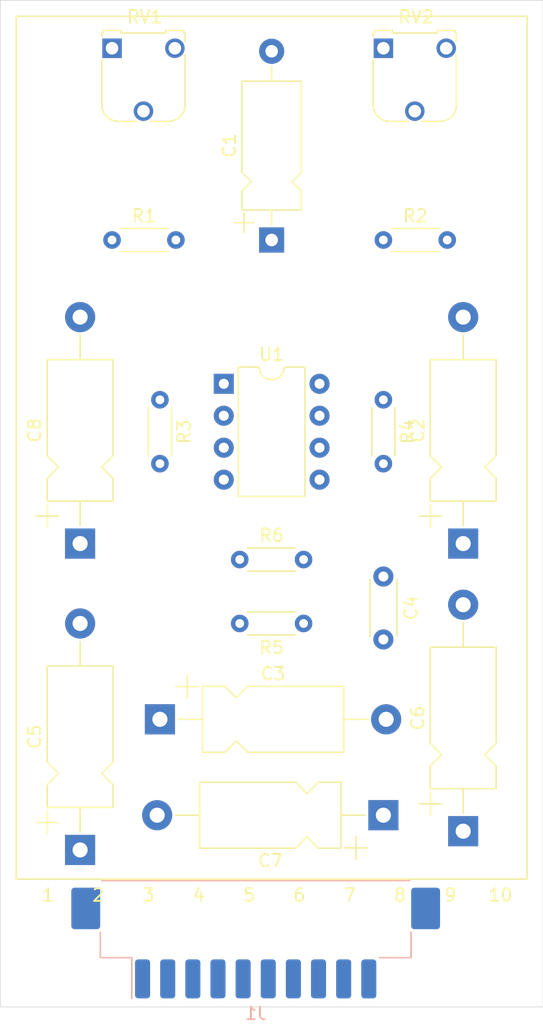
<source format=kicad_pcb>
(kicad_pcb (version 20171130) (host pcbnew "(5.1.5)-3")

  (general
    (thickness 1.6)
    (drawings 20)
    (tracks 0)
    (zones 0)
    (modules 18)
    (nets 16)
  )

  (page A4)
  (layers
    (0 F.Cu signal)
    (31 B.Cu signal)
    (32 B.Adhes user)
    (33 F.Adhes user)
    (34 B.Paste user)
    (35 F.Paste user)
    (36 B.SilkS user)
    (37 F.SilkS user)
    (38 B.Mask user)
    (39 F.Mask user)
    (40 Dwgs.User user)
    (41 Cmts.User user)
    (42 Eco1.User user)
    (43 Eco2.User user)
    (44 Edge.Cuts user)
    (45 Margin user)
    (46 B.CrtYd user)
    (47 F.CrtYd user)
    (48 B.Fab user)
    (49 F.Fab user)
  )

  (setup
    (last_trace_width 0.25)
    (trace_clearance 0.2)
    (zone_clearance 0.508)
    (zone_45_only no)
    (trace_min 0.2)
    (via_size 0.8)
    (via_drill 0.4)
    (via_min_size 0.4)
    (via_min_drill 0.3)
    (uvia_size 0.3)
    (uvia_drill 0.1)
    (uvias_allowed no)
    (uvia_min_size 0.2)
    (uvia_min_drill 0.1)
    (edge_width 0.05)
    (segment_width 0.2)
    (pcb_text_width 0.3)
    (pcb_text_size 1.5 1.5)
    (mod_edge_width 0.12)
    (mod_text_size 1 1)
    (mod_text_width 0.15)
    (pad_size 1.524 1.524)
    (pad_drill 0.762)
    (pad_to_mask_clearance 0.051)
    (solder_mask_min_width 0.25)
    (aux_axis_origin 0 0)
    (visible_elements 7FFFFFFF)
    (pcbplotparams
      (layerselection 0x010fc_ffffffff)
      (usegerberextensions false)
      (usegerberattributes false)
      (usegerberadvancedattributes false)
      (creategerberjobfile false)
      (excludeedgelayer true)
      (linewidth 0.100000)
      (plotframeref false)
      (viasonmask false)
      (mode 1)
      (useauxorigin false)
      (hpglpennumber 1)
      (hpglpenspeed 20)
      (hpglpendiameter 15.000000)
      (psnegative false)
      (psa4output false)
      (plotreference true)
      (plotvalue true)
      (plotinvisibletext false)
      (padsonsilk false)
      (subtractmaskfromsilk false)
      (outputformat 1)
      (mirror false)
      (drillshape 1)
      (scaleselection 1)
      (outputdirectory ""))
  )

  (net 0 "")
  (net 1 "Net-(C1-Pad1)")
  (net 2 GNDD)
  (net 3 "Net-(C2-Pad1)")
  (net 4 "Net-(C2-Pad2)")
  (net 5 "Net-(C3-Pad1)")
  (net 6 "Net-(C3-Pad2)")
  (net 7 VCC)
  (net 8 /OUT-R)
  (net 9 "Net-(C5-Pad2)")
  (net 10 /IN-R)
  (net 11 /IN-L)
  (net 12 /OUT-L)
  (net 13 "Net-(C8-Pad2)")
  (net 14 "Net-(R3-Pad2)")
  (net 15 "Net-(R4-Pad2)")

  (net_class Default "This is the default net class."
    (clearance 0.2)
    (trace_width 0.25)
    (via_dia 0.8)
    (via_drill 0.4)
    (uvia_dia 0.3)
    (uvia_drill 0.1)
    (add_net /IN-L)
    (add_net /IN-R)
    (add_net /OUT-L)
    (add_net /OUT-R)
    (add_net GNDD)
    (add_net "Net-(C1-Pad1)")
    (add_net "Net-(C2-Pad1)")
    (add_net "Net-(C2-Pad2)")
    (add_net "Net-(C3-Pad1)")
    (add_net "Net-(C3-Pad2)")
    (add_net "Net-(C5-Pad2)")
    (add_net "Net-(C8-Pad2)")
    (add_net "Net-(R3-Pad2)")
    (add_net "Net-(R4-Pad2)")
    (add_net VCC)
  )

  (module Connector_Hirose:Hirose_DF3EA-10P-2H_1x10-1MP_P2.00mm_Horizontal (layer B.Cu) (tedit 5D93D893) (tstamp 5E0C9C25)
    (at 96.52 176.53)
    (descr "Hirose  series connector, DF3EA-10P-2H (https://www.hirose.com/product/document?clcode=CL0543-0332-0-51&productname=DF3EA-5P-2H(51)&series=DF3&documenttype=2DDrawing&lang=en&documentid=0001163317), generated with kicad-footprint-generator")
    (tags "connector Hirose  top entry")
    (path /5E0C7DA7)
    (attr smd)
    (fp_text reference J1 (at 0 5.6) (layer B.SilkS)
      (effects (font (size 1 1) (thickness 0.15)) (justify mirror))
    )
    (fp_text value Conn_01x10 (at 0 -6.05) (layer B.Fab)
      (effects (font (size 1 1) (thickness 0.15)) (justify mirror))
    )
    (fp_text user %R (at 0 -1.9) (layer B.Fab)
      (effects (font (size 1 1) (thickness 0.15)) (justify mirror))
    )
    (fp_line (start -9 0.342893) (end -8.5 1.05) (layer B.Fab) (width 0.1))
    (fp_line (start -9.5 1.05) (end -9 0.342893) (layer B.Fab) (width 0.1))
    (fp_line (start 15.17 4.9) (end -15.17 4.9) (layer B.CrtYd) (width 0.05))
    (fp_line (start 15.17 -5.35) (end 15.17 4.9) (layer B.CrtYd) (width 0.05))
    (fp_line (start -15.17 -5.35) (end 15.17 -5.35) (layer B.CrtYd) (width 0.05))
    (fp_line (start -15.17 4.9) (end -15.17 -5.35) (layer B.CrtYd) (width 0.05))
    (fp_line (start 12.25 1.05) (end 12.25 -4.85) (layer B.Fab) (width 0.1))
    (fp_line (start -12.25 1.05) (end -12.25 -4.85) (layer B.Fab) (width 0.1))
    (fp_line (start -12.25 -4.85) (end 12.25 -4.85) (layer B.Fab) (width 0.1))
    (fp_line (start -12.25 -4.96) (end 12.25 -4.96) (layer B.SilkS) (width 0.12))
    (fp_line (start 12.36 1.16) (end 9.86 1.16) (layer B.SilkS) (width 0.12))
    (fp_line (start 12.36 -0.84) (end 12.36 1.16) (layer B.SilkS) (width 0.12))
    (fp_line (start -9.86 1.16) (end -9.86 4.4) (layer B.SilkS) (width 0.12))
    (fp_line (start -12.36 1.16) (end -9.86 1.16) (layer B.SilkS) (width 0.12))
    (fp_line (start -12.36 -0.84) (end -12.36 1.16) (layer B.SilkS) (width 0.12))
    (fp_line (start -12.25 1.05) (end 12.25 1.05) (layer B.Fab) (width 0.1))
    (pad MP smd roundrect (at 13.52 -2.75) (size 2.3 3.3) (layers B.Cu B.Paste B.Mask) (roundrect_rratio 0.108696))
    (pad MP smd roundrect (at -13.52 -2.75) (size 2.3 3.3) (layers B.Cu B.Paste B.Mask) (roundrect_rratio 0.108696))
    (pad 10 smd roundrect (at 9 2.85) (size 1.2 3.1) (layers B.Cu B.Paste B.Mask) (roundrect_rratio 0.208333)
      (net 2 GNDD))
    (pad 9 smd roundrect (at 7 2.85) (size 1.2 3.1) (layers B.Cu B.Paste B.Mask) (roundrect_rratio 0.208333)
      (net 8 /OUT-R))
    (pad 8 smd roundrect (at 5 2.85) (size 1.2 3.1) (layers B.Cu B.Paste B.Mask) (roundrect_rratio 0.208333)
      (net 2 GNDD))
    (pad 7 smd roundrect (at 3 2.85) (size 1.2 3.1) (layers B.Cu B.Paste B.Mask) (roundrect_rratio 0.208333)
      (net 10 /IN-R))
    (pad 6 smd roundrect (at 1 2.85) (size 1.2 3.1) (layers B.Cu B.Paste B.Mask) (roundrect_rratio 0.208333)
      (net 7 VCC))
    (pad 5 smd roundrect (at -1 2.85) (size 1.2 3.1) (layers B.Cu B.Paste B.Mask) (roundrect_rratio 0.208333)
      (net 2 GNDD))
    (pad 4 smd roundrect (at -3 2.85) (size 1.2 3.1) (layers B.Cu B.Paste B.Mask) (roundrect_rratio 0.208333)
      (net 11 /IN-L))
    (pad 3 smd roundrect (at -5 2.85) (size 1.2 3.1) (layers B.Cu B.Paste B.Mask) (roundrect_rratio 0.208333)
      (net 2 GNDD))
    (pad 2 smd roundrect (at -7 2.85) (size 1.2 3.1) (layers B.Cu B.Paste B.Mask) (roundrect_rratio 0.208333)
      (net 12 /OUT-L))
    (pad 1 smd roundrect (at -9 2.85) (size 1.2 3.1) (layers B.Cu B.Paste B.Mask) (roundrect_rratio 0.208333)
      (net 2 GNDD))
    (model ${KISYS3DMOD}/Connector_Hirose.3dshapes/Hirose_DF3EA-10P-2H_1x10-1MP_P2.00mm_Horizontal.wrl
      (at (xyz 0 0 0))
      (scale (xyz 1 1 1))
      (rotate (xyz 0 0 0))
    )
  )

  (module Capacitor_THT:CP_Axial_L10.0mm_D4.5mm_P15.00mm_Horizontal (layer F.Cu) (tedit 5AE50EF2) (tstamp 5E0C9C0D)
    (at 97.79 120.65 90)
    (descr "CP, Axial series, Axial, Horizontal, pin pitch=15mm, , length*diameter=10*4.5mm^2, Electrolytic Capacitor, , http://www.vishay.com/docs/28325/021asm.pdf")
    (tags "CP Axial series Axial Horizontal pin pitch 15mm  length 10mm diameter 4.5mm Electrolytic Capacitor")
    (path /5E0CEC4D)
    (fp_text reference C1 (at 7.5 -3.37 90) (layer F.SilkS)
      (effects (font (size 1 1) (thickness 0.15)))
    )
    (fp_text value 10u (at 7.5 3.37 90) (layer F.Fab)
      (effects (font (size 1 1) (thickness 0.15)))
    )
    (fp_text user %R (at 7.5 0 90) (layer F.Fab)
      (effects (font (size 1 1) (thickness 0.15)))
    )
    (fp_line (start 16.25 -2.5) (end -1.25 -2.5) (layer F.CrtYd) (width 0.05))
    (fp_line (start 16.25 2.5) (end 16.25 -2.5) (layer F.CrtYd) (width 0.05))
    (fp_line (start -1.25 2.5) (end 16.25 2.5) (layer F.CrtYd) (width 0.05))
    (fp_line (start -1.25 -2.5) (end -1.25 2.5) (layer F.CrtYd) (width 0.05))
    (fp_line (start 13.76 0) (end 12.62 0) (layer F.SilkS) (width 0.12))
    (fp_line (start 1.24 0) (end 2.38 0) (layer F.SilkS) (width 0.12))
    (fp_line (start 5.38 2.37) (end 12.62 2.37) (layer F.SilkS) (width 0.12))
    (fp_line (start 4.63 1.62) (end 5.38 2.37) (layer F.SilkS) (width 0.12))
    (fp_line (start 3.88 2.37) (end 4.63 1.62) (layer F.SilkS) (width 0.12))
    (fp_line (start 2.38 2.37) (end 3.88 2.37) (layer F.SilkS) (width 0.12))
    (fp_line (start 5.38 -2.37) (end 12.62 -2.37) (layer F.SilkS) (width 0.12))
    (fp_line (start 4.63 -1.62) (end 5.38 -2.37) (layer F.SilkS) (width 0.12))
    (fp_line (start 3.88 -2.37) (end 4.63 -1.62) (layer F.SilkS) (width 0.12))
    (fp_line (start 2.38 -2.37) (end 3.88 -2.37) (layer F.SilkS) (width 0.12))
    (fp_line (start 12.62 -2.37) (end 12.62 2.37) (layer F.SilkS) (width 0.12))
    (fp_line (start 2.38 -2.37) (end 2.38 2.37) (layer F.SilkS) (width 0.12))
    (fp_line (start 1.38 -2.95) (end 1.38 -1.45) (layer F.SilkS) (width 0.12))
    (fp_line (start 0.63 -2.2) (end 2.13 -2.2) (layer F.SilkS) (width 0.12))
    (fp_line (start 4.65 -0.75) (end 4.65 0.75) (layer F.Fab) (width 0.1))
    (fp_line (start 3.9 0) (end 5.4 0) (layer F.Fab) (width 0.1))
    (fp_line (start 15 0) (end 12.5 0) (layer F.Fab) (width 0.1))
    (fp_line (start 0 0) (end 2.5 0) (layer F.Fab) (width 0.1))
    (fp_line (start 5.38 2.25) (end 12.5 2.25) (layer F.Fab) (width 0.1))
    (fp_line (start 4.63 1.5) (end 5.38 2.25) (layer F.Fab) (width 0.1))
    (fp_line (start 3.88 2.25) (end 4.63 1.5) (layer F.Fab) (width 0.1))
    (fp_line (start 2.5 2.25) (end 3.88 2.25) (layer F.Fab) (width 0.1))
    (fp_line (start 5.38 -2.25) (end 12.5 -2.25) (layer F.Fab) (width 0.1))
    (fp_line (start 4.63 -1.5) (end 5.38 -2.25) (layer F.Fab) (width 0.1))
    (fp_line (start 3.88 -2.25) (end 4.63 -1.5) (layer F.Fab) (width 0.1))
    (fp_line (start 2.5 -2.25) (end 3.88 -2.25) (layer F.Fab) (width 0.1))
    (fp_line (start 12.5 -2.25) (end 12.5 2.25) (layer F.Fab) (width 0.1))
    (fp_line (start 2.5 -2.25) (end 2.5 2.25) (layer F.Fab) (width 0.1))
    (pad 2 thru_hole oval (at 15 0 90) (size 2 2) (drill 1) (layers *.Cu *.Mask)
      (net 2 GNDD))
    (pad 1 thru_hole rect (at 0 0 90) (size 2 2) (drill 1) (layers *.Cu *.Mask)
      (net 1 "Net-(C1-Pad1)"))
    (model ${KISYS3DMOD}/Capacitor_THT.3dshapes/CP_Axial_L10.0mm_D4.5mm_P15.00mm_Horizontal.wrl
      (at (xyz 0 0 0))
      (scale (xyz 1 1 1))
      (rotate (xyz 0 0 0))
    )
  )

  (module Package_DIP:DIP-8_W7.62mm (layer F.Cu) (tedit 5A02E8C5) (tstamp 5E16CCF0)
    (at 93.98 132.08)
    (descr "8-lead though-hole mounted DIP package, row spacing 7.62 mm (300 mils)")
    (tags "THT DIP DIL PDIP 2.54mm 7.62mm 300mil")
    (path /5E0D7B52)
    (fp_text reference U1 (at 3.81 -2.33) (layer F.SilkS)
      (effects (font (size 1 1) (thickness 0.15)))
    )
    (fp_text value TL072 (at 3.81 9.95) (layer F.Fab)
      (effects (font (size 1 1) (thickness 0.15)))
    )
    (fp_text user %R (at 3.81 3.81) (layer F.Fab)
      (effects (font (size 1 1) (thickness 0.15)))
    )
    (fp_line (start 8.7 -1.55) (end -1.1 -1.55) (layer F.CrtYd) (width 0.05))
    (fp_line (start 8.7 9.15) (end 8.7 -1.55) (layer F.CrtYd) (width 0.05))
    (fp_line (start -1.1 9.15) (end 8.7 9.15) (layer F.CrtYd) (width 0.05))
    (fp_line (start -1.1 -1.55) (end -1.1 9.15) (layer F.CrtYd) (width 0.05))
    (fp_line (start 6.46 -1.33) (end 4.81 -1.33) (layer F.SilkS) (width 0.12))
    (fp_line (start 6.46 8.95) (end 6.46 -1.33) (layer F.SilkS) (width 0.12))
    (fp_line (start 1.16 8.95) (end 6.46 8.95) (layer F.SilkS) (width 0.12))
    (fp_line (start 1.16 -1.33) (end 1.16 8.95) (layer F.SilkS) (width 0.12))
    (fp_line (start 2.81 -1.33) (end 1.16 -1.33) (layer F.SilkS) (width 0.12))
    (fp_line (start 0.635 -0.27) (end 1.635 -1.27) (layer F.Fab) (width 0.1))
    (fp_line (start 0.635 8.89) (end 0.635 -0.27) (layer F.Fab) (width 0.1))
    (fp_line (start 6.985 8.89) (end 0.635 8.89) (layer F.Fab) (width 0.1))
    (fp_line (start 6.985 -1.27) (end 6.985 8.89) (layer F.Fab) (width 0.1))
    (fp_line (start 1.635 -1.27) (end 6.985 -1.27) (layer F.Fab) (width 0.1))
    (fp_arc (start 3.81 -1.33) (end 2.81 -1.33) (angle -180) (layer F.SilkS) (width 0.12))
    (pad 8 thru_hole oval (at 7.62 0) (size 1.6 1.6) (drill 0.8) (layers *.Cu *.Mask)
      (net 7 VCC))
    (pad 4 thru_hole oval (at 0 7.62) (size 1.6 1.6) (drill 0.8) (layers *.Cu *.Mask)
      (net 2 GNDD))
    (pad 7 thru_hole oval (at 7.62 2.54) (size 1.6 1.6) (drill 0.8) (layers *.Cu *.Mask)
      (net 5 "Net-(C3-Pad1)"))
    (pad 3 thru_hole oval (at 0 5.08) (size 1.6 1.6) (drill 0.8) (layers *.Cu *.Mask)
      (net 14 "Net-(R3-Pad2)"))
    (pad 6 thru_hole oval (at 7.62 5.08) (size 1.6 1.6) (drill 0.8) (layers *.Cu *.Mask)
      (net 1 "Net-(C1-Pad1)"))
    (pad 2 thru_hole oval (at 0 2.54) (size 1.6 1.6) (drill 0.8) (layers *.Cu *.Mask)
      (net 1 "Net-(C1-Pad1)"))
    (pad 5 thru_hole oval (at 7.62 7.62) (size 1.6 1.6) (drill 0.8) (layers *.Cu *.Mask)
      (net 15 "Net-(R4-Pad2)"))
    (pad 1 thru_hole rect (at 0 0) (size 1.6 1.6) (drill 0.8) (layers *.Cu *.Mask)
      (net 3 "Net-(C2-Pad1)"))
    (model ${KISYS3DMOD}/Package_DIP.3dshapes/DIP-8_W7.62mm.wrl
      (at (xyz 0 0 0))
      (scale (xyz 1 1 1))
      (rotate (xyz 0 0 0))
    )
  )

  (module Potentiometer_THT:Potentiometer_Runtron_RM-065_Vertical (layer F.Cu) (tedit 5BF6754C) (tstamp 5E0C9C3D)
    (at 106.68 105.41)
    (descr "Potentiometer, vertical, Trimmer, RM-065 http://www.runtron.com/down/PDF%20Datasheet/Carbon%20Film%20Potentiometer/RM065%20RM063.pdf")
    (tags "Potentiometer Trimmer RM-065")
    (path /5E0D68D0)
    (fp_text reference RV2 (at 2.6 -2.5) (layer F.SilkS)
      (effects (font (size 1 1) (thickness 0.15)))
    )
    (fp_text value R_POT (at 2.6 7.4) (layer F.Fab)
      (effects (font (size 1 1) (thickness 0.15)))
    )
    (fp_line (start -0.71 -1.41) (end 0.71 -1.41) (layer F.SilkS) (width 0.12))
    (fp_line (start 0.71 -1.21) (end 4.29 -1.21) (layer F.SilkS) (width 0.12))
    (fp_line (start 4.29 -1.21) (end 4.29 -1.41) (layer F.SilkS) (width 0.12))
    (fp_line (start 4.29 -1.41) (end 5.71 -1.41) (layer F.SilkS) (width 0.12))
    (fp_line (start 5.71 -1.41) (end 5.71 -1.21) (layer F.SilkS) (width 0.12))
    (fp_line (start 1.99 5.81) (end 0.5 5.81) (layer F.SilkS) (width 0.12))
    (fp_line (start -0.81 4.5) (end -0.81 0.96) (layer F.SilkS) (width 0.12))
    (fp_line (start 5.81 0.52) (end 5.81 4.5) (layer F.SilkS) (width 0.12))
    (fp_line (start 4.5 5.81) (end 3.01 5.81) (layer F.SilkS) (width 0.12))
    (fp_line (start 0.5 5.7) (end 4.5 5.7) (layer F.Fab) (width 0.1))
    (fp_line (start 5.7 4.5) (end 5.7 -1.1) (layer F.Fab) (width 0.1))
    (fp_line (start -0.7 4.5) (end -0.7 -1.1) (layer F.Fab) (width 0.1))
    (fp_line (start -0.6 -1.1) (end -0.6 -1.3) (layer F.Fab) (width 0.1))
    (fp_line (start -0.6 -1.3) (end 0.6 -1.3) (layer F.Fab) (width 0.1))
    (fp_line (start 0.6 -1.3) (end 0.6 -1.1) (layer F.Fab) (width 0.1))
    (fp_line (start 5.6 -1.1) (end 5.6 -1.3) (layer F.Fab) (width 0.1))
    (fp_line (start 5.6 -1.3) (end 4.41 -1.3) (layer F.Fab) (width 0.1))
    (fp_line (start 4.4 -1.3) (end 4.4 -1.1) (layer F.Fab) (width 0.1))
    (fp_line (start 5.7 -1.1) (end -0.7 -1.1) (layer F.Fab) (width 0.1))
    (fp_line (start 6.05 6.03) (end -1.05 6.03) (layer F.CrtYd) (width 0.05))
    (fp_line (start 6.03 6.05) (end 6.03 -1.55) (layer F.CrtYd) (width 0.05))
    (fp_line (start -1.03 -1.55) (end -1.03 6.05) (layer F.CrtYd) (width 0.05))
    (fp_line (start -1.03 -1.55) (end 6.03 -1.55) (layer F.CrtYd) (width 0.05))
    (fp_circle (center 2.5 2.5) (end 5.5 2.5) (layer F.Fab) (width 0.1))
    (fp_text user %R (at 2.5 2.5) (layer F.Fab)
      (effects (font (size 1 1) (thickness 0.15)))
    )
    (fp_arc (start 4.5 4.5) (end 4.5 5.7) (angle -90) (layer F.Fab) (width 0.1))
    (fp_arc (start 0.5 4.5) (end -0.7 4.5) (angle -90) (layer F.Fab) (width 0.1))
    (fp_arc (start 0.5 4.5) (end -0.81 4.5) (angle -90) (layer F.SilkS) (width 0.12))
    (fp_arc (start 4.5 4.5) (end 4.5 5.81) (angle -90) (layer F.SilkS) (width 0.12))
    (fp_line (start 0.71 -1.21) (end 0.71 -1.41) (layer F.SilkS) (width 0.12))
    (fp_line (start -0.71 -1.41) (end -0.71 -1.21) (layer F.SilkS) (width 0.12))
    (fp_line (start -0.71 -1.21) (end -0.81 -1.21) (layer F.SilkS) (width 0.12))
    (fp_line (start -0.81 -1.21) (end -0.81 -0.96) (layer F.SilkS) (width 0.12))
    (fp_line (start 5.71 -1.21) (end 5.81 -1.21) (layer F.SilkS) (width 0.12))
    (fp_line (start 5.81 -1.21) (end 5.81 -0.52) (layer F.SilkS) (width 0.12))
    (pad 2 thru_hole circle (at 2.5 5) (size 1.55 1.55) (drill 1) (layers *.Cu *.Mask)
      (net 9 "Net-(C5-Pad2)"))
    (pad 1 thru_hole rect (at 0 0) (size 1.55 1.55) (drill 1) (layers *.Cu *.Mask)
      (net 6 "Net-(C3-Pad2)"))
    (pad 3 thru_hole circle (at 5 0) (size 1.55 1.55) (drill 1) (layers *.Cu *.Mask)
      (net 2 GNDD))
    (model ${KISYS3DMOD}/Potentiometer_THT.3dshapes/Potentiometer_Runtron_RM-065_Vertical.wrl
      (at (xyz 0 0 0))
      (scale (xyz 1 1 1))
      (rotate (xyz 0 0 0))
    )
  )

  (module Potentiometer_THT:Potentiometer_Runtron_RM-065_Vertical (layer F.Cu) (tedit 5BF6754C) (tstamp 5E0C9C3A)
    (at 85.09 105.41)
    (descr "Potentiometer, vertical, Trimmer, RM-065 http://www.runtron.com/down/PDF%20Datasheet/Carbon%20Film%20Potentiometer/RM065%20RM063.pdf")
    (tags "Potentiometer Trimmer RM-065")
    (path /5E0D612E)
    (fp_text reference RV1 (at 2.6 -2.5) (layer F.SilkS)
      (effects (font (size 1 1) (thickness 0.15)))
    )
    (fp_text value R_POT (at 2.6 7.4) (layer F.Fab)
      (effects (font (size 1 1) (thickness 0.15)))
    )
    (fp_line (start -0.71 -1.41) (end 0.71 -1.41) (layer F.SilkS) (width 0.12))
    (fp_line (start 0.71 -1.21) (end 4.29 -1.21) (layer F.SilkS) (width 0.12))
    (fp_line (start 4.29 -1.21) (end 4.29 -1.41) (layer F.SilkS) (width 0.12))
    (fp_line (start 4.29 -1.41) (end 5.71 -1.41) (layer F.SilkS) (width 0.12))
    (fp_line (start 5.71 -1.41) (end 5.71 -1.21) (layer F.SilkS) (width 0.12))
    (fp_line (start 1.99 5.81) (end 0.5 5.81) (layer F.SilkS) (width 0.12))
    (fp_line (start -0.81 4.5) (end -0.81 0.96) (layer F.SilkS) (width 0.12))
    (fp_line (start 5.81 0.52) (end 5.81 4.5) (layer F.SilkS) (width 0.12))
    (fp_line (start 4.5 5.81) (end 3.01 5.81) (layer F.SilkS) (width 0.12))
    (fp_line (start 0.5 5.7) (end 4.5 5.7) (layer F.Fab) (width 0.1))
    (fp_line (start 5.7 4.5) (end 5.7 -1.1) (layer F.Fab) (width 0.1))
    (fp_line (start -0.7 4.5) (end -0.7 -1.1) (layer F.Fab) (width 0.1))
    (fp_line (start -0.6 -1.1) (end -0.6 -1.3) (layer F.Fab) (width 0.1))
    (fp_line (start -0.6 -1.3) (end 0.6 -1.3) (layer F.Fab) (width 0.1))
    (fp_line (start 0.6 -1.3) (end 0.6 -1.1) (layer F.Fab) (width 0.1))
    (fp_line (start 5.6 -1.1) (end 5.6 -1.3) (layer F.Fab) (width 0.1))
    (fp_line (start 5.6 -1.3) (end 4.41 -1.3) (layer F.Fab) (width 0.1))
    (fp_line (start 4.4 -1.3) (end 4.4 -1.1) (layer F.Fab) (width 0.1))
    (fp_line (start 5.7 -1.1) (end -0.7 -1.1) (layer F.Fab) (width 0.1))
    (fp_line (start 6.05 6.03) (end -1.05 6.03) (layer F.CrtYd) (width 0.05))
    (fp_line (start 6.03 6.05) (end 6.03 -1.55) (layer F.CrtYd) (width 0.05))
    (fp_line (start -1.03 -1.55) (end -1.03 6.05) (layer F.CrtYd) (width 0.05))
    (fp_line (start -1.03 -1.55) (end 6.03 -1.55) (layer F.CrtYd) (width 0.05))
    (fp_circle (center 2.5 2.5) (end 5.5 2.5) (layer F.Fab) (width 0.1))
    (fp_text user %R (at 2.5 2.5) (layer F.Fab)
      (effects (font (size 1 1) (thickness 0.15)))
    )
    (fp_arc (start 4.5 4.5) (end 4.5 5.7) (angle -90) (layer F.Fab) (width 0.1))
    (fp_arc (start 0.5 4.5) (end -0.7 4.5) (angle -90) (layer F.Fab) (width 0.1))
    (fp_arc (start 0.5 4.5) (end -0.81 4.5) (angle -90) (layer F.SilkS) (width 0.12))
    (fp_arc (start 4.5 4.5) (end 4.5 5.81) (angle -90) (layer F.SilkS) (width 0.12))
    (fp_line (start 0.71 -1.21) (end 0.71 -1.41) (layer F.SilkS) (width 0.12))
    (fp_line (start -0.71 -1.41) (end -0.71 -1.21) (layer F.SilkS) (width 0.12))
    (fp_line (start -0.71 -1.21) (end -0.81 -1.21) (layer F.SilkS) (width 0.12))
    (fp_line (start -0.81 -1.21) (end -0.81 -0.96) (layer F.SilkS) (width 0.12))
    (fp_line (start 5.71 -1.21) (end 5.81 -1.21) (layer F.SilkS) (width 0.12))
    (fp_line (start 5.81 -1.21) (end 5.81 -0.52) (layer F.SilkS) (width 0.12))
    (pad 2 thru_hole circle (at 2.5 5) (size 1.55 1.55) (drill 1) (layers *.Cu *.Mask)
      (net 13 "Net-(C8-Pad2)"))
    (pad 1 thru_hole rect (at 0 0) (size 1.55 1.55) (drill 1) (layers *.Cu *.Mask)
      (net 4 "Net-(C2-Pad2)"))
    (pad 3 thru_hole circle (at 5 0) (size 1.55 1.55) (drill 1) (layers *.Cu *.Mask)
      (net 2 GNDD))
    (model ${KISYS3DMOD}/Potentiometer_THT.3dshapes/Potentiometer_Runtron_RM-065_Vertical.wrl
      (at (xyz 0 0 0))
      (scale (xyz 1 1 1))
      (rotate (xyz 0 0 0))
    )
  )

  (module Resistor_THT:R_Axial_DIN0204_L3.6mm_D1.6mm_P5.08mm_Horizontal (layer F.Cu) (tedit 5AE5139B) (tstamp 5E0C9C37)
    (at 95.25 146.05)
    (descr "Resistor, Axial_DIN0204 series, Axial, Horizontal, pin pitch=5.08mm, 0.167W, length*diameter=3.6*1.6mm^2, http://cdn-reichelt.de/documents/datenblatt/B400/1_4W%23YAG.pdf")
    (tags "Resistor Axial_DIN0204 series Axial Horizontal pin pitch 5.08mm 0.167W length 3.6mm diameter 1.6mm")
    (path /5E0C9F06)
    (fp_text reference R6 (at 2.54 -1.92) (layer F.SilkS)
      (effects (font (size 1 1) (thickness 0.15)))
    )
    (fp_text value 10k (at 2.54 1.92) (layer F.Fab)
      (effects (font (size 1 1) (thickness 0.15)))
    )
    (fp_text user %R (at 2.54 0) (layer F.Fab)
      (effects (font (size 0.72 0.72) (thickness 0.108)))
    )
    (fp_line (start 6.03 -1.05) (end -0.95 -1.05) (layer F.CrtYd) (width 0.05))
    (fp_line (start 6.03 1.05) (end 6.03 -1.05) (layer F.CrtYd) (width 0.05))
    (fp_line (start -0.95 1.05) (end 6.03 1.05) (layer F.CrtYd) (width 0.05))
    (fp_line (start -0.95 -1.05) (end -0.95 1.05) (layer F.CrtYd) (width 0.05))
    (fp_line (start 0.62 0.92) (end 4.46 0.92) (layer F.SilkS) (width 0.12))
    (fp_line (start 0.62 -0.92) (end 4.46 -0.92) (layer F.SilkS) (width 0.12))
    (fp_line (start 5.08 0) (end 4.34 0) (layer F.Fab) (width 0.1))
    (fp_line (start 0 0) (end 0.74 0) (layer F.Fab) (width 0.1))
    (fp_line (start 4.34 -0.8) (end 0.74 -0.8) (layer F.Fab) (width 0.1))
    (fp_line (start 4.34 0.8) (end 4.34 -0.8) (layer F.Fab) (width 0.1))
    (fp_line (start 0.74 0.8) (end 4.34 0.8) (layer F.Fab) (width 0.1))
    (fp_line (start 0.74 -0.8) (end 0.74 0.8) (layer F.Fab) (width 0.1))
    (pad 2 thru_hole oval (at 5.08 0) (size 1.4 1.4) (drill 0.7) (layers *.Cu *.Mask)
      (net 1 "Net-(C1-Pad1)"))
    (pad 1 thru_hole circle (at 0 0) (size 1.4 1.4) (drill 0.7) (layers *.Cu *.Mask)
      (net 14 "Net-(R3-Pad2)"))
    (model ${KISYS3DMOD}/Resistor_THT.3dshapes/R_Axial_DIN0204_L3.6mm_D1.6mm_P5.08mm_Horizontal.wrl
      (at (xyz 0 0 0))
      (scale (xyz 1 1 1))
      (rotate (xyz 0 0 0))
    )
  )

  (module Resistor_THT:R_Axial_DIN0204_L3.6mm_D1.6mm_P5.08mm_Horizontal (layer F.Cu) (tedit 5AE5139B) (tstamp 5E0C9C34)
    (at 100.33 151.13 180)
    (descr "Resistor, Axial_DIN0204 series, Axial, Horizontal, pin pitch=5.08mm, 0.167W, length*diameter=3.6*1.6mm^2, http://cdn-reichelt.de/documents/datenblatt/B400/1_4W%23YAG.pdf")
    (tags "Resistor Axial_DIN0204 series Axial Horizontal pin pitch 5.08mm 0.167W length 3.6mm diameter 1.6mm")
    (path /5E0CAD1E)
    (fp_text reference R5 (at 2.54 -1.92) (layer F.SilkS)
      (effects (font (size 1 1) (thickness 0.15)))
    )
    (fp_text value 10k (at 2.54 1.92) (layer F.Fab)
      (effects (font (size 1 1) (thickness 0.15)))
    )
    (fp_text user %R (at 2.54 0) (layer F.Fab)
      (effects (font (size 0.72 0.72) (thickness 0.108)))
    )
    (fp_line (start 6.03 -1.05) (end -0.95 -1.05) (layer F.CrtYd) (width 0.05))
    (fp_line (start 6.03 1.05) (end 6.03 -1.05) (layer F.CrtYd) (width 0.05))
    (fp_line (start -0.95 1.05) (end 6.03 1.05) (layer F.CrtYd) (width 0.05))
    (fp_line (start -0.95 -1.05) (end -0.95 1.05) (layer F.CrtYd) (width 0.05))
    (fp_line (start 0.62 0.92) (end 4.46 0.92) (layer F.SilkS) (width 0.12))
    (fp_line (start 0.62 -0.92) (end 4.46 -0.92) (layer F.SilkS) (width 0.12))
    (fp_line (start 5.08 0) (end 4.34 0) (layer F.Fab) (width 0.1))
    (fp_line (start 0 0) (end 0.74 0) (layer F.Fab) (width 0.1))
    (fp_line (start 4.34 -0.8) (end 0.74 -0.8) (layer F.Fab) (width 0.1))
    (fp_line (start 4.34 0.8) (end 4.34 -0.8) (layer F.Fab) (width 0.1))
    (fp_line (start 0.74 0.8) (end 4.34 0.8) (layer F.Fab) (width 0.1))
    (fp_line (start 0.74 -0.8) (end 0.74 0.8) (layer F.Fab) (width 0.1))
    (pad 2 thru_hole oval (at 5.08 0 180) (size 1.4 1.4) (drill 0.7) (layers *.Cu *.Mask)
      (net 1 "Net-(C1-Pad1)"))
    (pad 1 thru_hole circle (at 0 0 180) (size 1.4 1.4) (drill 0.7) (layers *.Cu *.Mask)
      (net 15 "Net-(R4-Pad2)"))
    (model ${KISYS3DMOD}/Resistor_THT.3dshapes/R_Axial_DIN0204_L3.6mm_D1.6mm_P5.08mm_Horizontal.wrl
      (at (xyz 0 0 0))
      (scale (xyz 1 1 1))
      (rotate (xyz 0 0 0))
    )
  )

  (module Resistor_THT:R_Axial_DIN0204_L3.6mm_D1.6mm_P5.08mm_Horizontal (layer F.Cu) (tedit 5AE5139B) (tstamp 5E0C9C31)
    (at 106.68 133.35 270)
    (descr "Resistor, Axial_DIN0204 series, Axial, Horizontal, pin pitch=5.08mm, 0.167W, length*diameter=3.6*1.6mm^2, http://cdn-reichelt.de/documents/datenblatt/B400/1_4W%23YAG.pdf")
    (tags "Resistor Axial_DIN0204 series Axial Horizontal pin pitch 5.08mm 0.167W length 3.6mm diameter 1.6mm")
    (path /5E0CB61D)
    (fp_text reference R4 (at 2.54 -1.92 90) (layer F.SilkS)
      (effects (font (size 1 1) (thickness 0.15)))
    )
    (fp_text value 1M (at 2.54 1.92 90) (layer F.Fab)
      (effects (font (size 1 1) (thickness 0.15)))
    )
    (fp_text user %R (at 2.54 0 90) (layer F.Fab)
      (effects (font (size 0.72 0.72) (thickness 0.108)))
    )
    (fp_line (start 6.03 -1.05) (end -0.95 -1.05) (layer F.CrtYd) (width 0.05))
    (fp_line (start 6.03 1.05) (end 6.03 -1.05) (layer F.CrtYd) (width 0.05))
    (fp_line (start -0.95 1.05) (end 6.03 1.05) (layer F.CrtYd) (width 0.05))
    (fp_line (start -0.95 -1.05) (end -0.95 1.05) (layer F.CrtYd) (width 0.05))
    (fp_line (start 0.62 0.92) (end 4.46 0.92) (layer F.SilkS) (width 0.12))
    (fp_line (start 0.62 -0.92) (end 4.46 -0.92) (layer F.SilkS) (width 0.12))
    (fp_line (start 5.08 0) (end 4.34 0) (layer F.Fab) (width 0.1))
    (fp_line (start 0 0) (end 0.74 0) (layer F.Fab) (width 0.1))
    (fp_line (start 4.34 -0.8) (end 0.74 -0.8) (layer F.Fab) (width 0.1))
    (fp_line (start 4.34 0.8) (end 4.34 -0.8) (layer F.Fab) (width 0.1))
    (fp_line (start 0.74 0.8) (end 4.34 0.8) (layer F.Fab) (width 0.1))
    (fp_line (start 0.74 -0.8) (end 0.74 0.8) (layer F.Fab) (width 0.1))
    (pad 2 thru_hole oval (at 5.08 0 270) (size 1.4 1.4) (drill 0.7) (layers *.Cu *.Mask)
      (net 15 "Net-(R4-Pad2)"))
    (pad 1 thru_hole circle (at 0 0 270) (size 1.4 1.4) (drill 0.7) (layers *.Cu *.Mask)
      (net 5 "Net-(C3-Pad1)"))
    (model ${KISYS3DMOD}/Resistor_THT.3dshapes/R_Axial_DIN0204_L3.6mm_D1.6mm_P5.08mm_Horizontal.wrl
      (at (xyz 0 0 0))
      (scale (xyz 1 1 1))
      (rotate (xyz 0 0 0))
    )
  )

  (module Resistor_THT:R_Axial_DIN0204_L3.6mm_D1.6mm_P5.08mm_Horizontal (layer F.Cu) (tedit 5AE5139B) (tstamp 5E0C9C2E)
    (at 88.9 133.35 270)
    (descr "Resistor, Axial_DIN0204 series, Axial, Horizontal, pin pitch=5.08mm, 0.167W, length*diameter=3.6*1.6mm^2, http://cdn-reichelt.de/documents/datenblatt/B400/1_4W%23YAG.pdf")
    (tags "Resistor Axial_DIN0204 series Axial Horizontal pin pitch 5.08mm 0.167W length 3.6mm diameter 1.6mm")
    (path /5E0CAAAA)
    (fp_text reference R3 (at 2.54 -1.92 90) (layer F.SilkS)
      (effects (font (size 1 1) (thickness 0.15)))
    )
    (fp_text value 1M (at 2.54 1.92 90) (layer F.Fab)
      (effects (font (size 1 1) (thickness 0.15)))
    )
    (fp_text user %R (at 2.54 0 270) (layer F.Fab)
      (effects (font (size 0.72 0.72) (thickness 0.108)))
    )
    (fp_line (start 6.03 -1.05) (end -0.95 -1.05) (layer F.CrtYd) (width 0.05))
    (fp_line (start 6.03 1.05) (end 6.03 -1.05) (layer F.CrtYd) (width 0.05))
    (fp_line (start -0.95 1.05) (end 6.03 1.05) (layer F.CrtYd) (width 0.05))
    (fp_line (start -0.95 -1.05) (end -0.95 1.05) (layer F.CrtYd) (width 0.05))
    (fp_line (start 0.62 0.92) (end 4.46 0.92) (layer F.SilkS) (width 0.12))
    (fp_line (start 0.62 -0.92) (end 4.46 -0.92) (layer F.SilkS) (width 0.12))
    (fp_line (start 5.08 0) (end 4.34 0) (layer F.Fab) (width 0.1))
    (fp_line (start 0 0) (end 0.74 0) (layer F.Fab) (width 0.1))
    (fp_line (start 4.34 -0.8) (end 0.74 -0.8) (layer F.Fab) (width 0.1))
    (fp_line (start 4.34 0.8) (end 4.34 -0.8) (layer F.Fab) (width 0.1))
    (fp_line (start 0.74 0.8) (end 4.34 0.8) (layer F.Fab) (width 0.1))
    (fp_line (start 0.74 -0.8) (end 0.74 0.8) (layer F.Fab) (width 0.1))
    (pad 2 thru_hole oval (at 5.08 0 270) (size 1.4 1.4) (drill 0.7) (layers *.Cu *.Mask)
      (net 14 "Net-(R3-Pad2)"))
    (pad 1 thru_hole circle (at 0 0 270) (size 1.4 1.4) (drill 0.7) (layers *.Cu *.Mask)
      (net 3 "Net-(C2-Pad1)"))
    (model ${KISYS3DMOD}/Resistor_THT.3dshapes/R_Axial_DIN0204_L3.6mm_D1.6mm_P5.08mm_Horizontal.wrl
      (at (xyz 0 0 0))
      (scale (xyz 1 1 1))
      (rotate (xyz 0 0 0))
    )
  )

  (module Resistor_THT:R_Axial_DIN0204_L3.6mm_D1.6mm_P5.08mm_Horizontal (layer F.Cu) (tedit 5AE5139B) (tstamp 5E179B9B)
    (at 106.68 120.65)
    (descr "Resistor, Axial_DIN0204 series, Axial, Horizontal, pin pitch=5.08mm, 0.167W, length*diameter=3.6*1.6mm^2, http://cdn-reichelt.de/documents/datenblatt/B400/1_4W%23YAG.pdf")
    (tags "Resistor Axial_DIN0204 series Axial Horizontal pin pitch 5.08mm 0.167W length 3.6mm diameter 1.6mm")
    (path /5E0C8CF7)
    (fp_text reference R2 (at 2.54 -1.92) (layer F.SilkS)
      (effects (font (size 1 1) (thickness 0.15)))
    )
    (fp_text value 22k (at 2.54 1.92) (layer F.Fab)
      (effects (font (size 1 1) (thickness 0.15)))
    )
    (fp_text user %R (at 2.54 0) (layer F.Fab)
      (effects (font (size 0.72 0.72) (thickness 0.108)))
    )
    (fp_line (start 6.03 -1.05) (end -0.95 -1.05) (layer F.CrtYd) (width 0.05))
    (fp_line (start 6.03 1.05) (end 6.03 -1.05) (layer F.CrtYd) (width 0.05))
    (fp_line (start -0.95 1.05) (end 6.03 1.05) (layer F.CrtYd) (width 0.05))
    (fp_line (start -0.95 -1.05) (end -0.95 1.05) (layer F.CrtYd) (width 0.05))
    (fp_line (start 0.62 0.92) (end 4.46 0.92) (layer F.SilkS) (width 0.12))
    (fp_line (start 0.62 -0.92) (end 4.46 -0.92) (layer F.SilkS) (width 0.12))
    (fp_line (start 5.08 0) (end 4.34 0) (layer F.Fab) (width 0.1))
    (fp_line (start 0 0) (end 0.74 0) (layer F.Fab) (width 0.1))
    (fp_line (start 4.34 -0.8) (end 0.74 -0.8) (layer F.Fab) (width 0.1))
    (fp_line (start 4.34 0.8) (end 4.34 -0.8) (layer F.Fab) (width 0.1))
    (fp_line (start 0.74 0.8) (end 4.34 0.8) (layer F.Fab) (width 0.1))
    (fp_line (start 0.74 -0.8) (end 0.74 0.8) (layer F.Fab) (width 0.1))
    (pad 2 thru_hole oval (at 5.08 0) (size 1.4 1.4) (drill 0.7) (layers *.Cu *.Mask)
      (net 1 "Net-(C1-Pad1)"))
    (pad 1 thru_hole circle (at 0 0) (size 1.4 1.4) (drill 0.7) (layers *.Cu *.Mask)
      (net 7 VCC))
    (model ${KISYS3DMOD}/Resistor_THT.3dshapes/R_Axial_DIN0204_L3.6mm_D1.6mm_P5.08mm_Horizontal.wrl
      (at (xyz 0 0 0))
      (scale (xyz 1 1 1))
      (rotate (xyz 0 0 0))
    )
  )

  (module Resistor_THT:R_Axial_DIN0204_L3.6mm_D1.6mm_P5.08mm_Horizontal (layer F.Cu) (tedit 5AE5139B) (tstamp 5E179A41)
    (at 85.09 120.65)
    (descr "Resistor, Axial_DIN0204 series, Axial, Horizontal, pin pitch=5.08mm, 0.167W, length*diameter=3.6*1.6mm^2, http://cdn-reichelt.de/documents/datenblatt/B400/1_4W%23YAG.pdf")
    (tags "Resistor Axial_DIN0204 series Axial Horizontal pin pitch 5.08mm 0.167W length 3.6mm diameter 1.6mm")
    (path /5E0C99EA)
    (fp_text reference R1 (at 2.54 -1.92) (layer F.SilkS)
      (effects (font (size 1 1) (thickness 0.15)))
    )
    (fp_text value 22k (at 2.54 1.92) (layer F.Fab)
      (effects (font (size 1 1) (thickness 0.15)))
    )
    (fp_text user %R (at 2.54 0) (layer F.Fab)
      (effects (font (size 0.72 0.72) (thickness 0.108)))
    )
    (fp_line (start 6.03 -1.05) (end -0.95 -1.05) (layer F.CrtYd) (width 0.05))
    (fp_line (start 6.03 1.05) (end 6.03 -1.05) (layer F.CrtYd) (width 0.05))
    (fp_line (start -0.95 1.05) (end 6.03 1.05) (layer F.CrtYd) (width 0.05))
    (fp_line (start -0.95 -1.05) (end -0.95 1.05) (layer F.CrtYd) (width 0.05))
    (fp_line (start 0.62 0.92) (end 4.46 0.92) (layer F.SilkS) (width 0.12))
    (fp_line (start 0.62 -0.92) (end 4.46 -0.92) (layer F.SilkS) (width 0.12))
    (fp_line (start 5.08 0) (end 4.34 0) (layer F.Fab) (width 0.1))
    (fp_line (start 0 0) (end 0.74 0) (layer F.Fab) (width 0.1))
    (fp_line (start 4.34 -0.8) (end 0.74 -0.8) (layer F.Fab) (width 0.1))
    (fp_line (start 4.34 0.8) (end 4.34 -0.8) (layer F.Fab) (width 0.1))
    (fp_line (start 0.74 0.8) (end 4.34 0.8) (layer F.Fab) (width 0.1))
    (fp_line (start 0.74 -0.8) (end 0.74 0.8) (layer F.Fab) (width 0.1))
    (pad 2 thru_hole oval (at 5.08 0) (size 1.4 1.4) (drill 0.7) (layers *.Cu *.Mask)
      (net 2 GNDD))
    (pad 1 thru_hole circle (at 0 0) (size 1.4 1.4) (drill 0.7) (layers *.Cu *.Mask)
      (net 1 "Net-(C1-Pad1)"))
    (model ${KISYS3DMOD}/Resistor_THT.3dshapes/R_Axial_DIN0204_L3.6mm_D1.6mm_P5.08mm_Horizontal.wrl
      (at (xyz 0 0 0))
      (scale (xyz 1 1 1))
      (rotate (xyz 0 0 0))
    )
  )

  (module Capacitor_THT:CP_Axial_L11.0mm_D5.0mm_P18.00mm_Horizontal (layer F.Cu) (tedit 5AE50EF2) (tstamp 5E16CDF6)
    (at 82.55 144.78 90)
    (descr "CP, Axial series, Axial, Horizontal, pin pitch=18mm, , length*diameter=11*5mm^2, Electrolytic Capacitor")
    (tags "CP Axial series Axial Horizontal pin pitch 18mm  length 11mm diameter 5mm Electrolytic Capacitor")
    (path /5E0D4B6A)
    (fp_text reference C8 (at 9 -3.62 90) (layer F.SilkS)
      (effects (font (size 1 1) (thickness 0.15)))
    )
    (fp_text value 1u (at 9 3.62 90) (layer F.Fab)
      (effects (font (size 1 1) (thickness 0.15)))
    )
    (fp_text user %R (at 9 0 90) (layer F.Fab)
      (effects (font (size 1 1) (thickness 0.15)))
    )
    (fp_line (start 19.45 -2.75) (end -1.45 -2.75) (layer F.CrtYd) (width 0.05))
    (fp_line (start 19.45 2.75) (end 19.45 -2.75) (layer F.CrtYd) (width 0.05))
    (fp_line (start -1.45 2.75) (end 19.45 2.75) (layer F.CrtYd) (width 0.05))
    (fp_line (start -1.45 -2.75) (end -1.45 2.75) (layer F.CrtYd) (width 0.05))
    (fp_line (start 16.56 0) (end 14.62 0) (layer F.SilkS) (width 0.12))
    (fp_line (start 1.44 0) (end 3.38 0) (layer F.SilkS) (width 0.12))
    (fp_line (start 6.98 2.62) (end 14.62 2.62) (layer F.SilkS) (width 0.12))
    (fp_line (start 6.08 1.72) (end 6.98 2.62) (layer F.SilkS) (width 0.12))
    (fp_line (start 5.18 2.62) (end 6.08 1.72) (layer F.SilkS) (width 0.12))
    (fp_line (start 3.38 2.62) (end 5.18 2.62) (layer F.SilkS) (width 0.12))
    (fp_line (start 6.98 -2.62) (end 14.62 -2.62) (layer F.SilkS) (width 0.12))
    (fp_line (start 6.08 -1.72) (end 6.98 -2.62) (layer F.SilkS) (width 0.12))
    (fp_line (start 5.18 -2.62) (end 6.08 -1.72) (layer F.SilkS) (width 0.12))
    (fp_line (start 3.38 -2.62) (end 5.18 -2.62) (layer F.SilkS) (width 0.12))
    (fp_line (start 14.62 -2.62) (end 14.62 2.62) (layer F.SilkS) (width 0.12))
    (fp_line (start 3.38 -2.62) (end 3.38 2.62) (layer F.SilkS) (width 0.12))
    (fp_line (start 2.18 -3.5) (end 2.18 -1.7) (layer F.SilkS) (width 0.12))
    (fp_line (start 1.28 -2.6) (end 3.08 -2.6) (layer F.SilkS) (width 0.12))
    (fp_line (start 6.1 -0.9) (end 6.1 0.9) (layer F.Fab) (width 0.1))
    (fp_line (start 5.2 0) (end 7 0) (layer F.Fab) (width 0.1))
    (fp_line (start 18 0) (end 14.5 0) (layer F.Fab) (width 0.1))
    (fp_line (start 0 0) (end 3.5 0) (layer F.Fab) (width 0.1))
    (fp_line (start 6.98 2.5) (end 14.5 2.5) (layer F.Fab) (width 0.1))
    (fp_line (start 6.08 1.6) (end 6.98 2.5) (layer F.Fab) (width 0.1))
    (fp_line (start 5.18 2.5) (end 6.08 1.6) (layer F.Fab) (width 0.1))
    (fp_line (start 3.5 2.5) (end 5.18 2.5) (layer F.Fab) (width 0.1))
    (fp_line (start 6.98 -2.5) (end 14.5 -2.5) (layer F.Fab) (width 0.1))
    (fp_line (start 6.08 -1.6) (end 6.98 -2.5) (layer F.Fab) (width 0.1))
    (fp_line (start 5.18 -2.5) (end 6.08 -1.6) (layer F.Fab) (width 0.1))
    (fp_line (start 3.5 -2.5) (end 5.18 -2.5) (layer F.Fab) (width 0.1))
    (fp_line (start 14.5 -2.5) (end 14.5 2.5) (layer F.Fab) (width 0.1))
    (fp_line (start 3.5 -2.5) (end 3.5 2.5) (layer F.Fab) (width 0.1))
    (pad 2 thru_hole oval (at 18 0 90) (size 2.4 2.4) (drill 1.2) (layers *.Cu *.Mask)
      (net 13 "Net-(C8-Pad2)"))
    (pad 1 thru_hole rect (at 0 0 90) (size 2.4 2.4) (drill 1.2) (layers *.Cu *.Mask)
      (net 12 /OUT-L))
    (model ${KISYS3DMOD}/Capacitor_THT.3dshapes/CP_Axial_L11.0mm_D5.0mm_P18.00mm_Horizontal.wrl
      (at (xyz 0 0 0))
      (scale (xyz 1 1 1))
      (rotate (xyz 0 0 0))
    )
  )

  (module Capacitor_THT:CP_Axial_L11.0mm_D5.0mm_P18.00mm_Horizontal (layer F.Cu) (tedit 5AE50EF2) (tstamp 5E0C9C1F)
    (at 106.68 166.37 180)
    (descr "CP, Axial series, Axial, Horizontal, pin pitch=18mm, , length*diameter=11*5mm^2, Electrolytic Capacitor")
    (tags "CP Axial series Axial Horizontal pin pitch 18mm  length 11mm diameter 5mm Electrolytic Capacitor")
    (path /5E0CCA25)
    (fp_text reference C7 (at 9 -3.62) (layer F.SilkS)
      (effects (font (size 1 1) (thickness 0.15)))
    )
    (fp_text value 1u (at 9 3.62) (layer F.Fab)
      (effects (font (size 1 1) (thickness 0.15)))
    )
    (fp_text user %R (at 9 0) (layer F.Fab)
      (effects (font (size 1 1) (thickness 0.15)))
    )
    (fp_line (start 19.45 -2.75) (end -1.45 -2.75) (layer F.CrtYd) (width 0.05))
    (fp_line (start 19.45 2.75) (end 19.45 -2.75) (layer F.CrtYd) (width 0.05))
    (fp_line (start -1.45 2.75) (end 19.45 2.75) (layer F.CrtYd) (width 0.05))
    (fp_line (start -1.45 -2.75) (end -1.45 2.75) (layer F.CrtYd) (width 0.05))
    (fp_line (start 16.56 0) (end 14.62 0) (layer F.SilkS) (width 0.12))
    (fp_line (start 1.44 0) (end 3.38 0) (layer F.SilkS) (width 0.12))
    (fp_line (start 6.98 2.62) (end 14.62 2.62) (layer F.SilkS) (width 0.12))
    (fp_line (start 6.08 1.72) (end 6.98 2.62) (layer F.SilkS) (width 0.12))
    (fp_line (start 5.18 2.62) (end 6.08 1.72) (layer F.SilkS) (width 0.12))
    (fp_line (start 3.38 2.62) (end 5.18 2.62) (layer F.SilkS) (width 0.12))
    (fp_line (start 6.98 -2.62) (end 14.62 -2.62) (layer F.SilkS) (width 0.12))
    (fp_line (start 6.08 -1.72) (end 6.98 -2.62) (layer F.SilkS) (width 0.12))
    (fp_line (start 5.18 -2.62) (end 6.08 -1.72) (layer F.SilkS) (width 0.12))
    (fp_line (start 3.38 -2.62) (end 5.18 -2.62) (layer F.SilkS) (width 0.12))
    (fp_line (start 14.62 -2.62) (end 14.62 2.62) (layer F.SilkS) (width 0.12))
    (fp_line (start 3.38 -2.62) (end 3.38 2.62) (layer F.SilkS) (width 0.12))
    (fp_line (start 2.18 -3.5) (end 2.18 -1.7) (layer F.SilkS) (width 0.12))
    (fp_line (start 1.28 -2.6) (end 3.08 -2.6) (layer F.SilkS) (width 0.12))
    (fp_line (start 6.1 -0.9) (end 6.1 0.9) (layer F.Fab) (width 0.1))
    (fp_line (start 5.2 0) (end 7 0) (layer F.Fab) (width 0.1))
    (fp_line (start 18 0) (end 14.5 0) (layer F.Fab) (width 0.1))
    (fp_line (start 0 0) (end 3.5 0) (layer F.Fab) (width 0.1))
    (fp_line (start 6.98 2.5) (end 14.5 2.5) (layer F.Fab) (width 0.1))
    (fp_line (start 6.08 1.6) (end 6.98 2.5) (layer F.Fab) (width 0.1))
    (fp_line (start 5.18 2.5) (end 6.08 1.6) (layer F.Fab) (width 0.1))
    (fp_line (start 3.5 2.5) (end 5.18 2.5) (layer F.Fab) (width 0.1))
    (fp_line (start 6.98 -2.5) (end 14.5 -2.5) (layer F.Fab) (width 0.1))
    (fp_line (start 6.08 -1.6) (end 6.98 -2.5) (layer F.Fab) (width 0.1))
    (fp_line (start 5.18 -2.5) (end 6.08 -1.6) (layer F.Fab) (width 0.1))
    (fp_line (start 3.5 -2.5) (end 5.18 -2.5) (layer F.Fab) (width 0.1))
    (fp_line (start 14.5 -2.5) (end 14.5 2.5) (layer F.Fab) (width 0.1))
    (fp_line (start 3.5 -2.5) (end 3.5 2.5) (layer F.Fab) (width 0.1))
    (pad 2 thru_hole oval (at 18 0 180) (size 2.4 2.4) (drill 1.2) (layers *.Cu *.Mask)
      (net 11 /IN-L))
    (pad 1 thru_hole rect (at 0 0 180) (size 2.4 2.4) (drill 1.2) (layers *.Cu *.Mask)
      (net 1 "Net-(C1-Pad1)"))
    (model ${KISYS3DMOD}/Capacitor_THT.3dshapes/CP_Axial_L11.0mm_D5.0mm_P18.00mm_Horizontal.wrl
      (at (xyz 0 0 0))
      (scale (xyz 1 1 1))
      (rotate (xyz 0 0 0))
    )
  )

  (module Capacitor_THT:CP_Axial_L11.0mm_D5.0mm_P18.00mm_Horizontal (layer F.Cu) (tedit 5AE50EF2) (tstamp 5E0C9C1C)
    (at 113.03 167.64 90)
    (descr "CP, Axial series, Axial, Horizontal, pin pitch=18mm, , length*diameter=11*5mm^2, Electrolytic Capacitor")
    (tags "CP Axial series Axial Horizontal pin pitch 18mm  length 11mm diameter 5mm Electrolytic Capacitor")
    (path /5E0CE002)
    (fp_text reference C6 (at 9 -3.62 90) (layer F.SilkS)
      (effects (font (size 1 1) (thickness 0.15)))
    )
    (fp_text value 1u (at 9 3.62 90) (layer F.Fab)
      (effects (font (size 1 1) (thickness 0.15)))
    )
    (fp_text user %R (at 9 0 90) (layer F.Fab)
      (effects (font (size 1 1) (thickness 0.15)))
    )
    (fp_line (start 19.45 -2.75) (end -1.45 -2.75) (layer F.CrtYd) (width 0.05))
    (fp_line (start 19.45 2.75) (end 19.45 -2.75) (layer F.CrtYd) (width 0.05))
    (fp_line (start -1.45 2.75) (end 19.45 2.75) (layer F.CrtYd) (width 0.05))
    (fp_line (start -1.45 -2.75) (end -1.45 2.75) (layer F.CrtYd) (width 0.05))
    (fp_line (start 16.56 0) (end 14.62 0) (layer F.SilkS) (width 0.12))
    (fp_line (start 1.44 0) (end 3.38 0) (layer F.SilkS) (width 0.12))
    (fp_line (start 6.98 2.62) (end 14.62 2.62) (layer F.SilkS) (width 0.12))
    (fp_line (start 6.08 1.72) (end 6.98 2.62) (layer F.SilkS) (width 0.12))
    (fp_line (start 5.18 2.62) (end 6.08 1.72) (layer F.SilkS) (width 0.12))
    (fp_line (start 3.38 2.62) (end 5.18 2.62) (layer F.SilkS) (width 0.12))
    (fp_line (start 6.98 -2.62) (end 14.62 -2.62) (layer F.SilkS) (width 0.12))
    (fp_line (start 6.08 -1.72) (end 6.98 -2.62) (layer F.SilkS) (width 0.12))
    (fp_line (start 5.18 -2.62) (end 6.08 -1.72) (layer F.SilkS) (width 0.12))
    (fp_line (start 3.38 -2.62) (end 5.18 -2.62) (layer F.SilkS) (width 0.12))
    (fp_line (start 14.62 -2.62) (end 14.62 2.62) (layer F.SilkS) (width 0.12))
    (fp_line (start 3.38 -2.62) (end 3.38 2.62) (layer F.SilkS) (width 0.12))
    (fp_line (start 2.18 -3.5) (end 2.18 -1.7) (layer F.SilkS) (width 0.12))
    (fp_line (start 1.28 -2.6) (end 3.08 -2.6) (layer F.SilkS) (width 0.12))
    (fp_line (start 6.1 -0.9) (end 6.1 0.9) (layer F.Fab) (width 0.1))
    (fp_line (start 5.2 0) (end 7 0) (layer F.Fab) (width 0.1))
    (fp_line (start 18 0) (end 14.5 0) (layer F.Fab) (width 0.1))
    (fp_line (start 0 0) (end 3.5 0) (layer F.Fab) (width 0.1))
    (fp_line (start 6.98 2.5) (end 14.5 2.5) (layer F.Fab) (width 0.1))
    (fp_line (start 6.08 1.6) (end 6.98 2.5) (layer F.Fab) (width 0.1))
    (fp_line (start 5.18 2.5) (end 6.08 1.6) (layer F.Fab) (width 0.1))
    (fp_line (start 3.5 2.5) (end 5.18 2.5) (layer F.Fab) (width 0.1))
    (fp_line (start 6.98 -2.5) (end 14.5 -2.5) (layer F.Fab) (width 0.1))
    (fp_line (start 6.08 -1.6) (end 6.98 -2.5) (layer F.Fab) (width 0.1))
    (fp_line (start 5.18 -2.5) (end 6.08 -1.6) (layer F.Fab) (width 0.1))
    (fp_line (start 3.5 -2.5) (end 5.18 -2.5) (layer F.Fab) (width 0.1))
    (fp_line (start 14.5 -2.5) (end 14.5 2.5) (layer F.Fab) (width 0.1))
    (fp_line (start 3.5 -2.5) (end 3.5 2.5) (layer F.Fab) (width 0.1))
    (pad 2 thru_hole oval (at 18 0 90) (size 2.4 2.4) (drill 1.2) (layers *.Cu *.Mask)
      (net 10 /IN-R))
    (pad 1 thru_hole rect (at 0 0 90) (size 2.4 2.4) (drill 1.2) (layers *.Cu *.Mask)
      (net 1 "Net-(C1-Pad1)"))
    (model ${KISYS3DMOD}/Capacitor_THT.3dshapes/CP_Axial_L11.0mm_D5.0mm_P18.00mm_Horizontal.wrl
      (at (xyz 0 0 0))
      (scale (xyz 1 1 1))
      (rotate (xyz 0 0 0))
    )
  )

  (module Capacitor_THT:CP_Axial_L11.0mm_D5.0mm_P18.00mm_Horizontal (layer F.Cu) (tedit 5AE50EF2) (tstamp 5E0C9C19)
    (at 82.55 169.13 90)
    (descr "CP, Axial series, Axial, Horizontal, pin pitch=18mm, , length*diameter=11*5mm^2, Electrolytic Capacitor")
    (tags "CP Axial series Axial Horizontal pin pitch 18mm  length 11mm diameter 5mm Electrolytic Capacitor")
    (path /5E0D577F)
    (fp_text reference C5 (at 9 -3.62 90) (layer F.SilkS)
      (effects (font (size 1 1) (thickness 0.15)))
    )
    (fp_text value 1u (at 9 3.62 90) (layer F.Fab)
      (effects (font (size 1 1) (thickness 0.15)))
    )
    (fp_text user %R (at 9 0 90) (layer F.Fab)
      (effects (font (size 1 1) (thickness 0.15)))
    )
    (fp_line (start 19.45 -2.75) (end -1.45 -2.75) (layer F.CrtYd) (width 0.05))
    (fp_line (start 19.45 2.75) (end 19.45 -2.75) (layer F.CrtYd) (width 0.05))
    (fp_line (start -1.45 2.75) (end 19.45 2.75) (layer F.CrtYd) (width 0.05))
    (fp_line (start -1.45 -2.75) (end -1.45 2.75) (layer F.CrtYd) (width 0.05))
    (fp_line (start 16.56 0) (end 14.62 0) (layer F.SilkS) (width 0.12))
    (fp_line (start 1.44 0) (end 3.38 0) (layer F.SilkS) (width 0.12))
    (fp_line (start 6.98 2.62) (end 14.62 2.62) (layer F.SilkS) (width 0.12))
    (fp_line (start 6.08 1.72) (end 6.98 2.62) (layer F.SilkS) (width 0.12))
    (fp_line (start 5.18 2.62) (end 6.08 1.72) (layer F.SilkS) (width 0.12))
    (fp_line (start 3.38 2.62) (end 5.18 2.62) (layer F.SilkS) (width 0.12))
    (fp_line (start 6.98 -2.62) (end 14.62 -2.62) (layer F.SilkS) (width 0.12))
    (fp_line (start 6.08 -1.72) (end 6.98 -2.62) (layer F.SilkS) (width 0.12))
    (fp_line (start 5.18 -2.62) (end 6.08 -1.72) (layer F.SilkS) (width 0.12))
    (fp_line (start 3.38 -2.62) (end 5.18 -2.62) (layer F.SilkS) (width 0.12))
    (fp_line (start 14.62 -2.62) (end 14.62 2.62) (layer F.SilkS) (width 0.12))
    (fp_line (start 3.38 -2.62) (end 3.38 2.62) (layer F.SilkS) (width 0.12))
    (fp_line (start 2.18 -3.5) (end 2.18 -1.7) (layer F.SilkS) (width 0.12))
    (fp_line (start 1.28 -2.6) (end 3.08 -2.6) (layer F.SilkS) (width 0.12))
    (fp_line (start 6.1 -0.9) (end 6.1 0.9) (layer F.Fab) (width 0.1))
    (fp_line (start 5.2 0) (end 7 0) (layer F.Fab) (width 0.1))
    (fp_line (start 18 0) (end 14.5 0) (layer F.Fab) (width 0.1))
    (fp_line (start 0 0) (end 3.5 0) (layer F.Fab) (width 0.1))
    (fp_line (start 6.98 2.5) (end 14.5 2.5) (layer F.Fab) (width 0.1))
    (fp_line (start 6.08 1.6) (end 6.98 2.5) (layer F.Fab) (width 0.1))
    (fp_line (start 5.18 2.5) (end 6.08 1.6) (layer F.Fab) (width 0.1))
    (fp_line (start 3.5 2.5) (end 5.18 2.5) (layer F.Fab) (width 0.1))
    (fp_line (start 6.98 -2.5) (end 14.5 -2.5) (layer F.Fab) (width 0.1))
    (fp_line (start 6.08 -1.6) (end 6.98 -2.5) (layer F.Fab) (width 0.1))
    (fp_line (start 5.18 -2.5) (end 6.08 -1.6) (layer F.Fab) (width 0.1))
    (fp_line (start 3.5 -2.5) (end 5.18 -2.5) (layer F.Fab) (width 0.1))
    (fp_line (start 14.5 -2.5) (end 14.5 2.5) (layer F.Fab) (width 0.1))
    (fp_line (start 3.5 -2.5) (end 3.5 2.5) (layer F.Fab) (width 0.1))
    (pad 2 thru_hole oval (at 18 0 90) (size 2.4 2.4) (drill 1.2) (layers *.Cu *.Mask)
      (net 9 "Net-(C5-Pad2)"))
    (pad 1 thru_hole rect (at 0 0 90) (size 2.4 2.4) (drill 1.2) (layers *.Cu *.Mask)
      (net 8 /OUT-R))
    (model ${KISYS3DMOD}/Capacitor_THT.3dshapes/CP_Axial_L11.0mm_D5.0mm_P18.00mm_Horizontal.wrl
      (at (xyz 0 0 0))
      (scale (xyz 1 1 1))
      (rotate (xyz 0 0 0))
    )
  )

  (module Capacitor_THT:C_Disc_D4.3mm_W1.9mm_P5.00mm (layer F.Cu) (tedit 5AE50EF0) (tstamp 5E0C9C16)
    (at 106.68 147.4 270)
    (descr "C, Disc series, Radial, pin pitch=5.00mm, , diameter*width=4.3*1.9mm^2, Capacitor, http://www.vishay.com/docs/45233/krseries.pdf")
    (tags "C Disc series Radial pin pitch 5.00mm  diameter 4.3mm width 1.9mm Capacitor")
    (path /5E0CBCE4)
    (fp_text reference C4 (at 2.5 -2.2 90) (layer F.SilkS)
      (effects (font (size 1 1) (thickness 0.15)))
    )
    (fp_text value 100n (at 2.5 2.2 90) (layer F.Fab)
      (effects (font (size 1 1) (thickness 0.15)))
    )
    (fp_text user %R (at 2.5 0 90) (layer F.Fab)
      (effects (font (size 0.86 0.86) (thickness 0.129)))
    )
    (fp_line (start 6.05 -1.2) (end -1.05 -1.2) (layer F.CrtYd) (width 0.05))
    (fp_line (start 6.05 1.2) (end 6.05 -1.2) (layer F.CrtYd) (width 0.05))
    (fp_line (start -1.05 1.2) (end 6.05 1.2) (layer F.CrtYd) (width 0.05))
    (fp_line (start -1.05 -1.2) (end -1.05 1.2) (layer F.CrtYd) (width 0.05))
    (fp_line (start 4.77 1.055) (end 4.77 1.07) (layer F.SilkS) (width 0.12))
    (fp_line (start 4.77 -1.07) (end 4.77 -1.055) (layer F.SilkS) (width 0.12))
    (fp_line (start 0.23 1.055) (end 0.23 1.07) (layer F.SilkS) (width 0.12))
    (fp_line (start 0.23 -1.07) (end 0.23 -1.055) (layer F.SilkS) (width 0.12))
    (fp_line (start 0.23 1.07) (end 4.77 1.07) (layer F.SilkS) (width 0.12))
    (fp_line (start 0.23 -1.07) (end 4.77 -1.07) (layer F.SilkS) (width 0.12))
    (fp_line (start 4.65 -0.95) (end 0.35 -0.95) (layer F.Fab) (width 0.1))
    (fp_line (start 4.65 0.95) (end 4.65 -0.95) (layer F.Fab) (width 0.1))
    (fp_line (start 0.35 0.95) (end 4.65 0.95) (layer F.Fab) (width 0.1))
    (fp_line (start 0.35 -0.95) (end 0.35 0.95) (layer F.Fab) (width 0.1))
    (pad 2 thru_hole circle (at 5 0 270) (size 1.6 1.6) (drill 0.8) (layers *.Cu *.Mask)
      (net 2 GNDD))
    (pad 1 thru_hole circle (at 0 0 270) (size 1.6 1.6) (drill 0.8) (layers *.Cu *.Mask)
      (net 7 VCC))
    (model ${KISYS3DMOD}/Capacitor_THT.3dshapes/C_Disc_D4.3mm_W1.9mm_P5.00mm.wrl
      (at (xyz 0 0 0))
      (scale (xyz 1 1 1))
      (rotate (xyz 0 0 0))
    )
  )

  (module Capacitor_THT:CP_Axial_L11.0mm_D5.0mm_P18.00mm_Horizontal (layer F.Cu) (tedit 5AE50EF2) (tstamp 5E0C9C13)
    (at 88.9 158.75)
    (descr "CP, Axial series, Axial, Horizontal, pin pitch=18mm, , length*diameter=11*5mm^2, Electrolytic Capacitor")
    (tags "CP Axial series Axial Horizontal pin pitch 18mm  length 11mm diameter 5mm Electrolytic Capacitor")
    (path /5E0CFC56)
    (fp_text reference C3 (at 9 -3.62) (layer F.SilkS)
      (effects (font (size 1 1) (thickness 0.15)))
    )
    (fp_text value 1u (at 9 3.62) (layer F.Fab)
      (effects (font (size 1 1) (thickness 0.15)))
    )
    (fp_text user %R (at 9 0) (layer F.Fab)
      (effects (font (size 1 1) (thickness 0.15)))
    )
    (fp_line (start 19.45 -2.75) (end -1.45 -2.75) (layer F.CrtYd) (width 0.05))
    (fp_line (start 19.45 2.75) (end 19.45 -2.75) (layer F.CrtYd) (width 0.05))
    (fp_line (start -1.45 2.75) (end 19.45 2.75) (layer F.CrtYd) (width 0.05))
    (fp_line (start -1.45 -2.75) (end -1.45 2.75) (layer F.CrtYd) (width 0.05))
    (fp_line (start 16.56 0) (end 14.62 0) (layer F.SilkS) (width 0.12))
    (fp_line (start 1.44 0) (end 3.38 0) (layer F.SilkS) (width 0.12))
    (fp_line (start 6.98 2.62) (end 14.62 2.62) (layer F.SilkS) (width 0.12))
    (fp_line (start 6.08 1.72) (end 6.98 2.62) (layer F.SilkS) (width 0.12))
    (fp_line (start 5.18 2.62) (end 6.08 1.72) (layer F.SilkS) (width 0.12))
    (fp_line (start 3.38 2.62) (end 5.18 2.62) (layer F.SilkS) (width 0.12))
    (fp_line (start 6.98 -2.62) (end 14.62 -2.62) (layer F.SilkS) (width 0.12))
    (fp_line (start 6.08 -1.72) (end 6.98 -2.62) (layer F.SilkS) (width 0.12))
    (fp_line (start 5.18 -2.62) (end 6.08 -1.72) (layer F.SilkS) (width 0.12))
    (fp_line (start 3.38 -2.62) (end 5.18 -2.62) (layer F.SilkS) (width 0.12))
    (fp_line (start 14.62 -2.62) (end 14.62 2.62) (layer F.SilkS) (width 0.12))
    (fp_line (start 3.38 -2.62) (end 3.38 2.62) (layer F.SilkS) (width 0.12))
    (fp_line (start 2.18 -3.5) (end 2.18 -1.7) (layer F.SilkS) (width 0.12))
    (fp_line (start 1.28 -2.6) (end 3.08 -2.6) (layer F.SilkS) (width 0.12))
    (fp_line (start 6.1 -0.9) (end 6.1 0.9) (layer F.Fab) (width 0.1))
    (fp_line (start 5.2 0) (end 7 0) (layer F.Fab) (width 0.1))
    (fp_line (start 18 0) (end 14.5 0) (layer F.Fab) (width 0.1))
    (fp_line (start 0 0) (end 3.5 0) (layer F.Fab) (width 0.1))
    (fp_line (start 6.98 2.5) (end 14.5 2.5) (layer F.Fab) (width 0.1))
    (fp_line (start 6.08 1.6) (end 6.98 2.5) (layer F.Fab) (width 0.1))
    (fp_line (start 5.18 2.5) (end 6.08 1.6) (layer F.Fab) (width 0.1))
    (fp_line (start 3.5 2.5) (end 5.18 2.5) (layer F.Fab) (width 0.1))
    (fp_line (start 6.98 -2.5) (end 14.5 -2.5) (layer F.Fab) (width 0.1))
    (fp_line (start 6.08 -1.6) (end 6.98 -2.5) (layer F.Fab) (width 0.1))
    (fp_line (start 5.18 -2.5) (end 6.08 -1.6) (layer F.Fab) (width 0.1))
    (fp_line (start 3.5 -2.5) (end 5.18 -2.5) (layer F.Fab) (width 0.1))
    (fp_line (start 14.5 -2.5) (end 14.5 2.5) (layer F.Fab) (width 0.1))
    (fp_line (start 3.5 -2.5) (end 3.5 2.5) (layer F.Fab) (width 0.1))
    (pad 2 thru_hole oval (at 18 0) (size 2.4 2.4) (drill 1.2) (layers *.Cu *.Mask)
      (net 6 "Net-(C3-Pad2)"))
    (pad 1 thru_hole rect (at 0 0) (size 2.4 2.4) (drill 1.2) (layers *.Cu *.Mask)
      (net 5 "Net-(C3-Pad1)"))
    (model ${KISYS3DMOD}/Capacitor_THT.3dshapes/CP_Axial_L11.0mm_D5.0mm_P18.00mm_Horizontal.wrl
      (at (xyz 0 0 0))
      (scale (xyz 1 1 1))
      (rotate (xyz 0 0 0))
    )
  )

  (module Capacitor_THT:CP_Axial_L11.0mm_D5.0mm_P18.00mm_Horizontal (layer F.Cu) (tedit 5AE50EF2) (tstamp 5E0C9C10)
    (at 113.03 144.78 90)
    (descr "CP, Axial series, Axial, Horizontal, pin pitch=18mm, , length*diameter=11*5mm^2, Electrolytic Capacitor")
    (tags "CP Axial series Axial Horizontal pin pitch 18mm  length 11mm diameter 5mm Electrolytic Capacitor")
    (path /5E0D0335)
    (fp_text reference C2 (at 9 -3.62 90) (layer F.SilkS)
      (effects (font (size 1 1) (thickness 0.15)))
    )
    (fp_text value 1u (at 9 3.62 90) (layer F.Fab)
      (effects (font (size 1 1) (thickness 0.15)))
    )
    (fp_text user %R (at 9 0 90) (layer F.Fab)
      (effects (font (size 1 1) (thickness 0.15)))
    )
    (fp_line (start 19.45 -2.75) (end -1.45 -2.75) (layer F.CrtYd) (width 0.05))
    (fp_line (start 19.45 2.75) (end 19.45 -2.75) (layer F.CrtYd) (width 0.05))
    (fp_line (start -1.45 2.75) (end 19.45 2.75) (layer F.CrtYd) (width 0.05))
    (fp_line (start -1.45 -2.75) (end -1.45 2.75) (layer F.CrtYd) (width 0.05))
    (fp_line (start 16.56 0) (end 14.62 0) (layer F.SilkS) (width 0.12))
    (fp_line (start 1.44 0) (end 3.38 0) (layer F.SilkS) (width 0.12))
    (fp_line (start 6.98 2.62) (end 14.62 2.62) (layer F.SilkS) (width 0.12))
    (fp_line (start 6.08 1.72) (end 6.98 2.62) (layer F.SilkS) (width 0.12))
    (fp_line (start 5.18 2.62) (end 6.08 1.72) (layer F.SilkS) (width 0.12))
    (fp_line (start 3.38 2.62) (end 5.18 2.62) (layer F.SilkS) (width 0.12))
    (fp_line (start 6.98 -2.62) (end 14.62 -2.62) (layer F.SilkS) (width 0.12))
    (fp_line (start 6.08 -1.72) (end 6.98 -2.62) (layer F.SilkS) (width 0.12))
    (fp_line (start 5.18 -2.62) (end 6.08 -1.72) (layer F.SilkS) (width 0.12))
    (fp_line (start 3.38 -2.62) (end 5.18 -2.62) (layer F.SilkS) (width 0.12))
    (fp_line (start 14.62 -2.62) (end 14.62 2.62) (layer F.SilkS) (width 0.12))
    (fp_line (start 3.38 -2.62) (end 3.38 2.62) (layer F.SilkS) (width 0.12))
    (fp_line (start 2.18 -3.5) (end 2.18 -1.7) (layer F.SilkS) (width 0.12))
    (fp_line (start 1.28 -2.6) (end 3.08 -2.6) (layer F.SilkS) (width 0.12))
    (fp_line (start 6.1 -0.9) (end 6.1 0.9) (layer F.Fab) (width 0.1))
    (fp_line (start 5.2 0) (end 7 0) (layer F.Fab) (width 0.1))
    (fp_line (start 18 0) (end 14.5 0) (layer F.Fab) (width 0.1))
    (fp_line (start 0 0) (end 3.5 0) (layer F.Fab) (width 0.1))
    (fp_line (start 6.98 2.5) (end 14.5 2.5) (layer F.Fab) (width 0.1))
    (fp_line (start 6.08 1.6) (end 6.98 2.5) (layer F.Fab) (width 0.1))
    (fp_line (start 5.18 2.5) (end 6.08 1.6) (layer F.Fab) (width 0.1))
    (fp_line (start 3.5 2.5) (end 5.18 2.5) (layer F.Fab) (width 0.1))
    (fp_line (start 6.98 -2.5) (end 14.5 -2.5) (layer F.Fab) (width 0.1))
    (fp_line (start 6.08 -1.6) (end 6.98 -2.5) (layer F.Fab) (width 0.1))
    (fp_line (start 5.18 -2.5) (end 6.08 -1.6) (layer F.Fab) (width 0.1))
    (fp_line (start 3.5 -2.5) (end 5.18 -2.5) (layer F.Fab) (width 0.1))
    (fp_line (start 14.5 -2.5) (end 14.5 2.5) (layer F.Fab) (width 0.1))
    (fp_line (start 3.5 -2.5) (end 3.5 2.5) (layer F.Fab) (width 0.1))
    (pad 2 thru_hole oval (at 18 0 90) (size 2.4 2.4) (drill 1.2) (layers *.Cu *.Mask)
      (net 4 "Net-(C2-Pad2)"))
    (pad 1 thru_hole rect (at 0 0 90) (size 2.4 2.4) (drill 1.2) (layers *.Cu *.Mask)
      (net 3 "Net-(C2-Pad1)"))
    (model ${KISYS3DMOD}/Capacitor_THT.3dshapes/CP_Axial_L11.0mm_D5.0mm_P18.00mm_Horizontal.wrl
      (at (xyz 0 0 0))
      (scale (xyz 1 1 1))
      (rotate (xyz 0 0 0))
    )
  )

  (gr_text 10 (at 116 172.72) (layer F.SilkS) (tstamp 5E3D55B1)
    (effects (font (size 1 1) (thickness 0.15)))
  )
  (gr_text 9 (at 112 172.72) (layer F.SilkS)
    (effects (font (size 1 1) (thickness 0.15)))
  )
  (gr_text 8 (at 108 172.72) (layer F.SilkS)
    (effects (font (size 1 1) (thickness 0.15)))
  )
  (gr_text 7 (at 104 172.72) (layer F.SilkS)
    (effects (font (size 1 1) (thickness 0.15)))
  )
  (gr_text 6 (at 100 172.72) (layer F.SilkS)
    (effects (font (size 1 1) (thickness 0.15)))
  )
  (gr_text 5 (at 96 172.72) (layer F.SilkS)
    (effects (font (size 1 1) (thickness 0.15)))
  )
  (gr_text 4 (at 92 172.72) (layer F.SilkS)
    (effects (font (size 1 1) (thickness 0.15)))
  )
  (gr_text 3 (at 88 172.72) (layer F.SilkS)
    (effects (font (size 1 1) (thickness 0.15)))
  )
  (gr_text 2 (at 84 172.72) (layer F.SilkS)
    (effects (font (size 1 1) (thickness 0.15)))
  )
  (gr_text 1 (at 80 172.72) (layer F.SilkS)
    (effects (font (size 1 1) (thickness 0.15)))
  )
  (gr_line (start 77.47 171.45) (end 77.47 102.87) (layer F.SilkS) (width 0.12) (tstamp 5E3D5526))
  (gr_line (start 118.11 171.45) (end 77.47 171.45) (layer F.SilkS) (width 0.12))
  (gr_line (start 118.11 102.87) (end 118.11 171.45) (layer F.SilkS) (width 0.12))
  (gr_line (start 77.47 102.87) (end 118.11 102.87) (layer F.SilkS) (width 0.12))
  (gr_line (start 76.2 171.45) (end 76.2 181.61) (layer Edge.Cuts) (width 0.05) (tstamp 5E17EEA7))
  (gr_line (start 119.38 171.45) (end 119.38 181.61) (layer Edge.Cuts) (width 0.05) (tstamp 5E17EEA6))
  (gr_line (start 76.2 171.45) (end 76.2 101.6) (layer Edge.Cuts) (width 0.05) (tstamp 5E1799A3))
  (gr_line (start 119.38 181.61) (end 76.2 181.61) (layer Edge.Cuts) (width 0.05))
  (gr_line (start 119.38 101.6) (end 119.38 171.45) (layer Edge.Cuts) (width 0.05))
  (gr_line (start 76.2 101.6) (end 119.38 101.6) (layer Edge.Cuts) (width 0.05))

)

</source>
